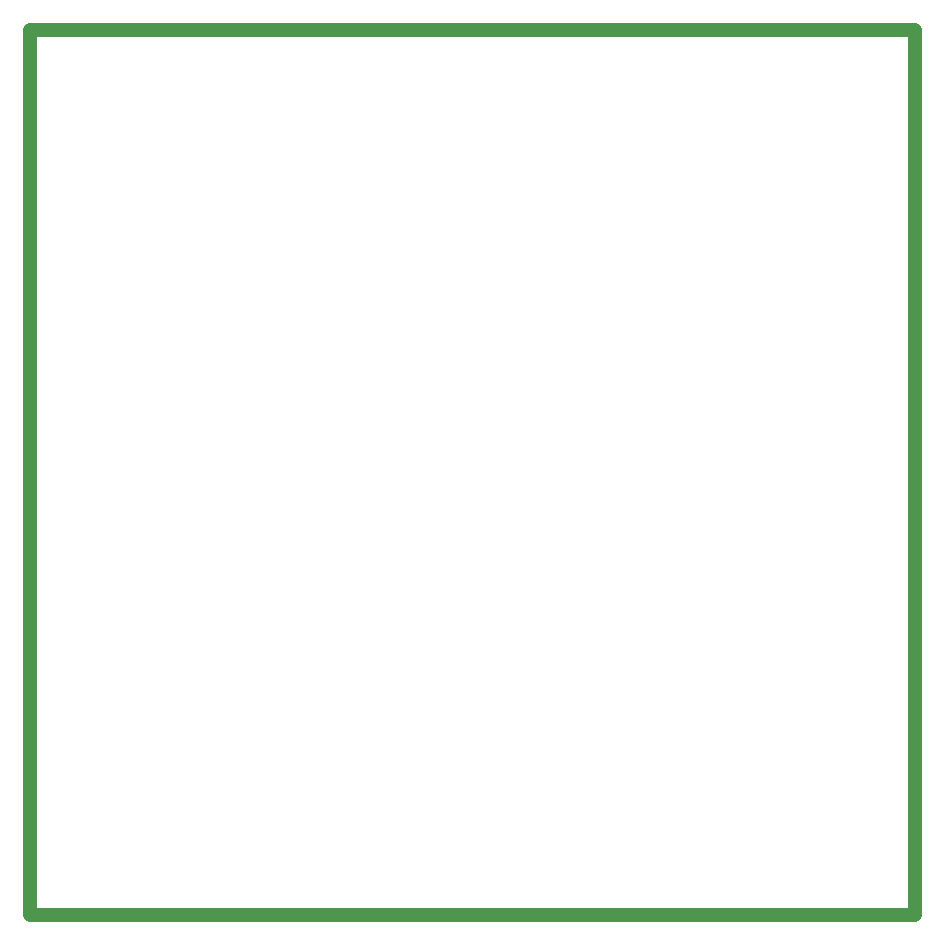
<source format=gbr>
%TF.GenerationSoftware,Altium Limited,Altium Designer,22.9.1 (49)*%
G04 Layer_Color=32896*
%FSLAX45Y45*%
%MOMM*%
%TF.SameCoordinates,E77D5F78-0586-4990-9624-58BD59020D5A*%
%TF.FilePolarity,Positive*%
%TF.FileFunction,Other,Board_Shape*%
%TF.Part,Single*%
G01*
G75*
%TA.AperFunction,NonConductor*%
%ADD111C,1.00000*%
%ADD112C,1.20000*%
D111*
X7500000D01*
Y7500000D01*
X0D02*
X7500000D01*
X0Y0D02*
Y7500000D01*
Y0D02*
X7500000D01*
Y7500000D01*
X0D02*
X7500000D01*
X0Y0D02*
Y7500000D01*
D112*
X7500000D01*
X0Y0D02*
Y7500000D01*
X7500000Y0D02*
Y7500000D01*
X0Y0D02*
X7500000D01*
%TF.MD5,604b5f32b064d0727a01996b8af684e8*%
M02*

</source>
